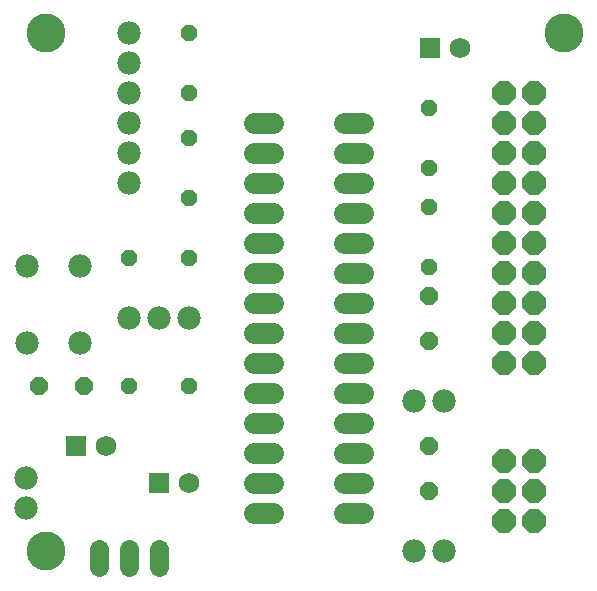
<source format=gbs>
G75*
G70*
%OFA0B0*%
%FSLAX24Y24*%
%IPPOS*%
%LPD*%
%AMOC8*
5,1,8,0,0,1.08239X$1,22.5*
%
%ADD10C,0.1300*%
%ADD11C,0.0690*%
%ADD12OC8,0.0600*%
%ADD13C,0.0780*%
%ADD14OC8,0.0560*%
%ADD15C,0.0690*%
%ADD16R,0.0690X0.0690*%
%ADD17C,0.0640*%
%ADD18OC8,0.0780*%
D10*
X001430Y001750D03*
X001430Y019000D03*
X018680Y019000D03*
D11*
X012005Y016000D02*
X011355Y016000D01*
X011355Y015000D02*
X012005Y015000D01*
X012005Y014000D02*
X011355Y014000D01*
X011355Y013000D02*
X012005Y013000D01*
X012005Y012000D02*
X011355Y012000D01*
X011355Y011000D02*
X012005Y011000D01*
X012005Y010000D02*
X011355Y010000D01*
X011355Y009000D02*
X012005Y009000D01*
X012005Y008000D02*
X011355Y008000D01*
X011355Y007000D02*
X012005Y007000D01*
X012005Y006000D02*
X011355Y006000D01*
X011355Y005000D02*
X012005Y005000D01*
X012005Y004000D02*
X011355Y004000D01*
X011355Y003000D02*
X012005Y003000D01*
X009005Y003000D02*
X008355Y003000D01*
X008355Y004000D02*
X009005Y004000D01*
X009005Y005000D02*
X008355Y005000D01*
X008355Y006000D02*
X009005Y006000D01*
X009005Y007000D02*
X008355Y007000D01*
X008355Y008000D02*
X009005Y008000D01*
X009005Y009000D02*
X008355Y009000D01*
X008355Y010000D02*
X009005Y010000D01*
X009005Y011000D02*
X008355Y011000D01*
X008355Y012000D02*
X009005Y012000D01*
X009005Y013000D02*
X008355Y013000D01*
X008355Y014000D02*
X009005Y014000D01*
X009005Y015000D02*
X008355Y015000D01*
X008355Y016000D02*
X009005Y016000D01*
D12*
X014180Y010250D03*
X014180Y008750D03*
X014180Y005250D03*
X014180Y003750D03*
X002680Y007250D03*
X001180Y007250D03*
D13*
X000790Y008670D03*
X002570Y008670D03*
X004180Y009500D03*
X005180Y009500D03*
X006180Y009500D03*
X002570Y011230D03*
X000790Y011230D03*
X004180Y014000D03*
X004180Y015000D03*
X004180Y016000D03*
X004180Y017000D03*
X004180Y018000D03*
X004180Y019000D03*
X013680Y006750D03*
X014680Y006750D03*
X014680Y001750D03*
X013680Y001750D03*
X000756Y003186D03*
X000756Y004186D03*
D14*
X004180Y007250D03*
X006180Y007250D03*
X006180Y011500D03*
X006180Y013500D03*
X006180Y015500D03*
X006180Y017000D03*
X006180Y019000D03*
X004180Y011500D03*
X014180Y011200D03*
X014180Y013200D03*
X014180Y014500D03*
X014180Y016500D03*
D15*
X015230Y018500D03*
X003430Y005250D03*
X006180Y004000D03*
D16*
X005180Y004000D03*
X002430Y005250D03*
X014230Y018500D03*
D17*
X005180Y001800D02*
X005180Y001200D01*
X004180Y001200D02*
X004180Y001800D01*
X003180Y001800D02*
X003180Y001200D01*
D18*
X016680Y002750D03*
X016680Y003750D03*
X016680Y004750D03*
X017680Y004750D03*
X017680Y003750D03*
X017680Y002750D03*
X017680Y008000D03*
X017680Y009000D03*
X017680Y010000D03*
X017680Y011000D03*
X017680Y012000D03*
X017680Y013000D03*
X017680Y014000D03*
X017680Y015000D03*
X017680Y016000D03*
X017680Y017000D03*
X016680Y017000D03*
X016680Y016000D03*
X016680Y015000D03*
X016680Y014000D03*
X016680Y013000D03*
X016680Y012000D03*
X016680Y011000D03*
X016680Y010000D03*
X016680Y009000D03*
X016680Y008000D03*
M02*

</source>
